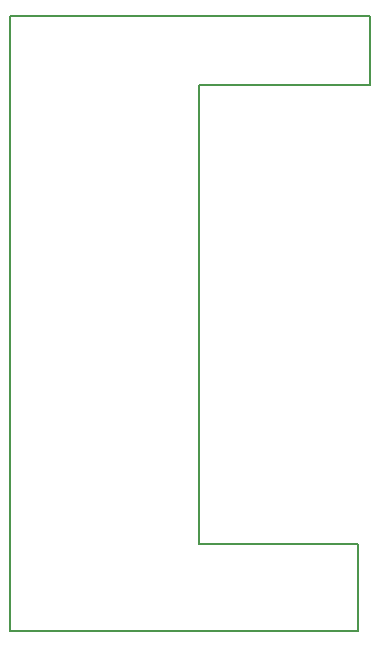
<source format=gbr>
G04 #@! TF.FileFunction,Profile,NP*
%FSLAX46Y46*%
G04 Gerber Fmt 4.6, Leading zero omitted, Abs format (unit mm)*
G04 Created by KiCad (PCBNEW 4.0.5) date 02/01/17 23:23:48*
%MOMM*%
%LPD*%
G01*
G04 APERTURE LIST*
%ADD10C,0.100000*%
%ADD11C,0.150000*%
G04 APERTURE END LIST*
D10*
D11*
X152908000Y-133096000D02*
X152908000Y-81026000D01*
X182372000Y-133096000D02*
X152908000Y-133096000D01*
X182372000Y-125730000D02*
X182372000Y-133096000D01*
X168910000Y-125730000D02*
X182372000Y-125730000D01*
X168910000Y-86868000D02*
X168910000Y-125730000D01*
X183388000Y-86868000D02*
X168910000Y-86868000D01*
X183388000Y-81026000D02*
X183388000Y-86868000D01*
X152908000Y-81026000D02*
X183388000Y-81026000D01*
M02*

</source>
